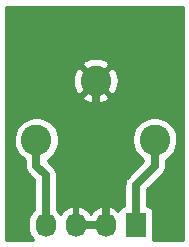
<source format=gbr>
G04 #@! TF.FileFunction,Copper,L1,Top,Signal*
%FSLAX46Y46*%
G04 Gerber Fmt 4.6, Leading zero omitted, Abs format (unit mm)*
G04 Created by KiCad (PCBNEW 4.0.6) date Tue May 30 16:02:55 2017*
%MOMM*%
%LPD*%
G01*
G04 APERTURE LIST*
%ADD10C,0.100000*%
%ADD11C,2.600000*%
%ADD12R,1.727200X2.032000*%
%ADD13O,1.727200X2.032000*%
%ADD14C,0.635000*%
%ADD15C,0.254000*%
G04 APERTURE END LIST*
D10*
D11*
X156200000Y-86600000D03*
X146200000Y-86600000D03*
X151200000Y-81600000D03*
D12*
X154600000Y-93800000D03*
D13*
X152060000Y-93800000D03*
X149520000Y-93800000D03*
X146980000Y-93800000D03*
D14*
X149520000Y-93800000D02*
X152060000Y-93800000D01*
X151200000Y-81600000D02*
X151200000Y-88600000D01*
X152060000Y-89460000D02*
X152060000Y-93800000D01*
X151200000Y-88600000D02*
X152060000Y-89460000D01*
X146200000Y-86600000D02*
X146200000Y-88800000D01*
X146200000Y-88800000D02*
X146980000Y-89580000D01*
X146980000Y-89580000D02*
X146980000Y-93800000D01*
X154600000Y-93800000D02*
X154600000Y-90400000D01*
X156200000Y-88800000D02*
X156200000Y-86600000D01*
X154600000Y-90400000D02*
X156200000Y-88800000D01*
D15*
G36*
X158646500Y-95040000D02*
X156055568Y-95040000D01*
X156076410Y-94993763D01*
X156101672Y-94816000D01*
X156101672Y-92784000D01*
X156093608Y-92682879D01*
X156040494Y-92511366D01*
X155941700Y-92361441D01*
X155805050Y-92244975D01*
X155641363Y-92171190D01*
X155552500Y-92158562D01*
X155552500Y-90794538D01*
X156873519Y-89473519D01*
X156929374Y-89405521D01*
X156985921Y-89338131D01*
X156988333Y-89333743D01*
X156991513Y-89329872D01*
X157033101Y-89252310D01*
X157075476Y-89175230D01*
X157076990Y-89170457D01*
X157079358Y-89166041D01*
X157105076Y-89081921D01*
X157131686Y-88998036D01*
X157132245Y-88993054D01*
X157133708Y-88988268D01*
X157142596Y-88900772D01*
X157152407Y-88813299D01*
X157152475Y-88803507D01*
X157152494Y-88803325D01*
X157152478Y-88803155D01*
X157152500Y-88800000D01*
X157152500Y-88287388D01*
X157397069Y-88132179D01*
X157671873Y-87870487D01*
X157890614Y-87560402D01*
X158044959Y-87213736D01*
X158129031Y-86843693D01*
X158135083Y-86410263D01*
X158061377Y-86038017D01*
X157916771Y-85687177D01*
X157706773Y-85371106D01*
X157439384Y-85101843D01*
X157124786Y-84889644D01*
X156774964Y-84742592D01*
X156403241Y-84666288D01*
X156023777Y-84663639D01*
X155651026Y-84734745D01*
X155299184Y-84876899D01*
X154981655Y-85084684D01*
X154710532Y-85350188D01*
X154496142Y-85663296D01*
X154346651Y-86012083D01*
X154267754Y-86383264D01*
X154262456Y-86762700D01*
X154330958Y-87135939D01*
X154470652Y-87488764D01*
X154676215Y-87807737D01*
X154939820Y-88080707D01*
X155247500Y-88294550D01*
X155247500Y-88405462D01*
X153926481Y-89726481D01*
X153870626Y-89794479D01*
X153814079Y-89861869D01*
X153811667Y-89866257D01*
X153808487Y-89870128D01*
X153766899Y-89947690D01*
X153724524Y-90024770D01*
X153723010Y-90029543D01*
X153720642Y-90033959D01*
X153694920Y-90118091D01*
X153668314Y-90201964D01*
X153667755Y-90206945D01*
X153666292Y-90211731D01*
X153657404Y-90299233D01*
X153647593Y-90386701D01*
X153647525Y-90396493D01*
X153647506Y-90396675D01*
X153647522Y-90396845D01*
X153647500Y-90400000D01*
X153647500Y-92153017D01*
X153635279Y-92153992D01*
X153463766Y-92207106D01*
X153313841Y-92305900D01*
X153197375Y-92442550D01*
X153126279Y-92600272D01*
X152962035Y-92449267D01*
X152710919Y-92296314D01*
X152434789Y-92195291D01*
X152419026Y-92192642D01*
X152187000Y-92313783D01*
X152187000Y-93673000D01*
X152207000Y-93673000D01*
X152207000Y-93927000D01*
X152187000Y-93927000D01*
X152187000Y-93947000D01*
X151933000Y-93947000D01*
X151933000Y-93927000D01*
X149647000Y-93927000D01*
X149647000Y-93947000D01*
X149393000Y-93947000D01*
X149393000Y-93927000D01*
X149373000Y-93927000D01*
X149373000Y-93673000D01*
X149393000Y-93673000D01*
X149393000Y-92313783D01*
X149647000Y-92313783D01*
X149647000Y-93673000D01*
X151933000Y-93673000D01*
X151933000Y-92313783D01*
X151700974Y-92192642D01*
X151685211Y-92195291D01*
X151409081Y-92296314D01*
X151157965Y-92449267D01*
X150941514Y-92648271D01*
X150790000Y-92855633D01*
X150638486Y-92648271D01*
X150422035Y-92449267D01*
X150170919Y-92296314D01*
X149894789Y-92195291D01*
X149879026Y-92192642D01*
X149647000Y-92313783D01*
X149393000Y-92313783D01*
X149160974Y-92192642D01*
X149145211Y-92195291D01*
X148869081Y-92296314D01*
X148617965Y-92449267D01*
X148401514Y-92648271D01*
X148251343Y-92853795D01*
X148228216Y-92810299D01*
X148043363Y-92583647D01*
X147932500Y-92491933D01*
X147932500Y-89580000D01*
X147923915Y-89492440D01*
X147916246Y-89404786D01*
X147914849Y-89399977D01*
X147914360Y-89394992D01*
X147888929Y-89310761D01*
X147864383Y-89226273D01*
X147862078Y-89221826D01*
X147860630Y-89217030D01*
X147819340Y-89139375D01*
X147778834Y-89061231D01*
X147775706Y-89057312D01*
X147773357Y-89052895D01*
X147717787Y-88984759D01*
X147662858Y-88915951D01*
X147655980Y-88908976D01*
X147655866Y-88908836D01*
X147655737Y-88908729D01*
X147653520Y-88906481D01*
X147152500Y-88405462D01*
X147152500Y-88287388D01*
X147397069Y-88132179D01*
X147671873Y-87870487D01*
X147890614Y-87560402D01*
X148044959Y-87213736D01*
X148129031Y-86843693D01*
X148135083Y-86410263D01*
X148061377Y-86038017D01*
X147916771Y-85687177D01*
X147706773Y-85371106D01*
X147439384Y-85101843D01*
X147124786Y-84889644D01*
X146774964Y-84742592D01*
X146403241Y-84666288D01*
X146023777Y-84663639D01*
X145651026Y-84734745D01*
X145299184Y-84876899D01*
X144981655Y-85084684D01*
X144710532Y-85350188D01*
X144496142Y-85663296D01*
X144346651Y-86012083D01*
X144267754Y-86383264D01*
X144262456Y-86762700D01*
X144330958Y-87135939D01*
X144470652Y-87488764D01*
X144676215Y-87807737D01*
X144939820Y-88080707D01*
X145247500Y-88294550D01*
X145247500Y-88800000D01*
X145256089Y-88887601D01*
X145263754Y-88975214D01*
X145265151Y-88980023D01*
X145265640Y-88985008D01*
X145291071Y-89069239D01*
X145315617Y-89153727D01*
X145317922Y-89158174D01*
X145319370Y-89162970D01*
X145360660Y-89240625D01*
X145401166Y-89318769D01*
X145404294Y-89322688D01*
X145406643Y-89327105D01*
X145462218Y-89395247D01*
X145517143Y-89464050D01*
X145524016Y-89471020D01*
X145524134Y-89471164D01*
X145524267Y-89471274D01*
X145526481Y-89473519D01*
X146027500Y-89974539D01*
X146027500Y-92491705D01*
X145931485Y-92568903D01*
X145743485Y-92792952D01*
X145602584Y-93049251D01*
X145514148Y-93328036D01*
X145481546Y-93618688D01*
X145481400Y-93639612D01*
X145481400Y-93960388D01*
X145509941Y-94251468D01*
X145594475Y-94531460D01*
X145731784Y-94789701D01*
X145916637Y-95016353D01*
X145945221Y-95040000D01*
X143620000Y-95040000D01*
X143620000Y-82949224D01*
X150030381Y-82949224D01*
X150162317Y-83244312D01*
X150503045Y-83415159D01*
X150870557Y-83516250D01*
X151250729Y-83543701D01*
X151628951Y-83496457D01*
X151990690Y-83376333D01*
X152237683Y-83244312D01*
X152369619Y-82949224D01*
X151200000Y-81779605D01*
X150030381Y-82949224D01*
X143620000Y-82949224D01*
X143620000Y-81650729D01*
X149256299Y-81650729D01*
X149303543Y-82028951D01*
X149423667Y-82390690D01*
X149555688Y-82637683D01*
X149850776Y-82769619D01*
X151020395Y-81600000D01*
X151379605Y-81600000D01*
X152549224Y-82769619D01*
X152844312Y-82637683D01*
X153015159Y-82296955D01*
X153116250Y-81929443D01*
X153143701Y-81549271D01*
X153096457Y-81171049D01*
X152976333Y-80809310D01*
X152844312Y-80562317D01*
X152549224Y-80430381D01*
X151379605Y-81600000D01*
X151020395Y-81600000D01*
X149850776Y-80430381D01*
X149555688Y-80562317D01*
X149384841Y-80903045D01*
X149283750Y-81270557D01*
X149256299Y-81650729D01*
X143620000Y-81650729D01*
X143620000Y-80250776D01*
X150030381Y-80250776D01*
X151200000Y-81420395D01*
X152369619Y-80250776D01*
X152237683Y-79955688D01*
X151896955Y-79784841D01*
X151529443Y-79683750D01*
X151149271Y-79656299D01*
X150771049Y-79703543D01*
X150409310Y-79823667D01*
X150162317Y-79955688D01*
X150030381Y-80250776D01*
X143620000Y-80250776D01*
X143620000Y-75378000D01*
X158646500Y-75378000D01*
X158646500Y-95040000D01*
X158646500Y-95040000D01*
G37*
X158646500Y-95040000D02*
X156055568Y-95040000D01*
X156076410Y-94993763D01*
X156101672Y-94816000D01*
X156101672Y-92784000D01*
X156093608Y-92682879D01*
X156040494Y-92511366D01*
X155941700Y-92361441D01*
X155805050Y-92244975D01*
X155641363Y-92171190D01*
X155552500Y-92158562D01*
X155552500Y-90794538D01*
X156873519Y-89473519D01*
X156929374Y-89405521D01*
X156985921Y-89338131D01*
X156988333Y-89333743D01*
X156991513Y-89329872D01*
X157033101Y-89252310D01*
X157075476Y-89175230D01*
X157076990Y-89170457D01*
X157079358Y-89166041D01*
X157105076Y-89081921D01*
X157131686Y-88998036D01*
X157132245Y-88993054D01*
X157133708Y-88988268D01*
X157142596Y-88900772D01*
X157152407Y-88813299D01*
X157152475Y-88803507D01*
X157152494Y-88803325D01*
X157152478Y-88803155D01*
X157152500Y-88800000D01*
X157152500Y-88287388D01*
X157397069Y-88132179D01*
X157671873Y-87870487D01*
X157890614Y-87560402D01*
X158044959Y-87213736D01*
X158129031Y-86843693D01*
X158135083Y-86410263D01*
X158061377Y-86038017D01*
X157916771Y-85687177D01*
X157706773Y-85371106D01*
X157439384Y-85101843D01*
X157124786Y-84889644D01*
X156774964Y-84742592D01*
X156403241Y-84666288D01*
X156023777Y-84663639D01*
X155651026Y-84734745D01*
X155299184Y-84876899D01*
X154981655Y-85084684D01*
X154710532Y-85350188D01*
X154496142Y-85663296D01*
X154346651Y-86012083D01*
X154267754Y-86383264D01*
X154262456Y-86762700D01*
X154330958Y-87135939D01*
X154470652Y-87488764D01*
X154676215Y-87807737D01*
X154939820Y-88080707D01*
X155247500Y-88294550D01*
X155247500Y-88405462D01*
X153926481Y-89726481D01*
X153870626Y-89794479D01*
X153814079Y-89861869D01*
X153811667Y-89866257D01*
X153808487Y-89870128D01*
X153766899Y-89947690D01*
X153724524Y-90024770D01*
X153723010Y-90029543D01*
X153720642Y-90033959D01*
X153694920Y-90118091D01*
X153668314Y-90201964D01*
X153667755Y-90206945D01*
X153666292Y-90211731D01*
X153657404Y-90299233D01*
X153647593Y-90386701D01*
X153647525Y-90396493D01*
X153647506Y-90396675D01*
X153647522Y-90396845D01*
X153647500Y-90400000D01*
X153647500Y-92153017D01*
X153635279Y-92153992D01*
X153463766Y-92207106D01*
X153313841Y-92305900D01*
X153197375Y-92442550D01*
X153126279Y-92600272D01*
X152962035Y-92449267D01*
X152710919Y-92296314D01*
X152434789Y-92195291D01*
X152419026Y-92192642D01*
X152187000Y-92313783D01*
X152187000Y-93673000D01*
X152207000Y-93673000D01*
X152207000Y-93927000D01*
X152187000Y-93927000D01*
X152187000Y-93947000D01*
X151933000Y-93947000D01*
X151933000Y-93927000D01*
X149647000Y-93927000D01*
X149647000Y-93947000D01*
X149393000Y-93947000D01*
X149393000Y-93927000D01*
X149373000Y-93927000D01*
X149373000Y-93673000D01*
X149393000Y-93673000D01*
X149393000Y-92313783D01*
X149647000Y-92313783D01*
X149647000Y-93673000D01*
X151933000Y-93673000D01*
X151933000Y-92313783D01*
X151700974Y-92192642D01*
X151685211Y-92195291D01*
X151409081Y-92296314D01*
X151157965Y-92449267D01*
X150941514Y-92648271D01*
X150790000Y-92855633D01*
X150638486Y-92648271D01*
X150422035Y-92449267D01*
X150170919Y-92296314D01*
X149894789Y-92195291D01*
X149879026Y-92192642D01*
X149647000Y-92313783D01*
X149393000Y-92313783D01*
X149160974Y-92192642D01*
X149145211Y-92195291D01*
X148869081Y-92296314D01*
X148617965Y-92449267D01*
X148401514Y-92648271D01*
X148251343Y-92853795D01*
X148228216Y-92810299D01*
X148043363Y-92583647D01*
X147932500Y-92491933D01*
X147932500Y-89580000D01*
X147923915Y-89492440D01*
X147916246Y-89404786D01*
X147914849Y-89399977D01*
X147914360Y-89394992D01*
X147888929Y-89310761D01*
X147864383Y-89226273D01*
X147862078Y-89221826D01*
X147860630Y-89217030D01*
X147819340Y-89139375D01*
X147778834Y-89061231D01*
X147775706Y-89057312D01*
X147773357Y-89052895D01*
X147717787Y-88984759D01*
X147662858Y-88915951D01*
X147655980Y-88908976D01*
X147655866Y-88908836D01*
X147655737Y-88908729D01*
X147653520Y-88906481D01*
X147152500Y-88405462D01*
X147152500Y-88287388D01*
X147397069Y-88132179D01*
X147671873Y-87870487D01*
X147890614Y-87560402D01*
X148044959Y-87213736D01*
X148129031Y-86843693D01*
X148135083Y-86410263D01*
X148061377Y-86038017D01*
X147916771Y-85687177D01*
X147706773Y-85371106D01*
X147439384Y-85101843D01*
X147124786Y-84889644D01*
X146774964Y-84742592D01*
X146403241Y-84666288D01*
X146023777Y-84663639D01*
X145651026Y-84734745D01*
X145299184Y-84876899D01*
X144981655Y-85084684D01*
X144710532Y-85350188D01*
X144496142Y-85663296D01*
X144346651Y-86012083D01*
X144267754Y-86383264D01*
X144262456Y-86762700D01*
X144330958Y-87135939D01*
X144470652Y-87488764D01*
X144676215Y-87807737D01*
X144939820Y-88080707D01*
X145247500Y-88294550D01*
X145247500Y-88800000D01*
X145256089Y-88887601D01*
X145263754Y-88975214D01*
X145265151Y-88980023D01*
X145265640Y-88985008D01*
X145291071Y-89069239D01*
X145315617Y-89153727D01*
X145317922Y-89158174D01*
X145319370Y-89162970D01*
X145360660Y-89240625D01*
X145401166Y-89318769D01*
X145404294Y-89322688D01*
X145406643Y-89327105D01*
X145462218Y-89395247D01*
X145517143Y-89464050D01*
X145524016Y-89471020D01*
X145524134Y-89471164D01*
X145524267Y-89471274D01*
X145526481Y-89473519D01*
X146027500Y-89974539D01*
X146027500Y-92491705D01*
X145931485Y-92568903D01*
X145743485Y-92792952D01*
X145602584Y-93049251D01*
X145514148Y-93328036D01*
X145481546Y-93618688D01*
X145481400Y-93639612D01*
X145481400Y-93960388D01*
X145509941Y-94251468D01*
X145594475Y-94531460D01*
X145731784Y-94789701D01*
X145916637Y-95016353D01*
X145945221Y-95040000D01*
X143620000Y-95040000D01*
X143620000Y-82949224D01*
X150030381Y-82949224D01*
X150162317Y-83244312D01*
X150503045Y-83415159D01*
X150870557Y-83516250D01*
X151250729Y-83543701D01*
X151628951Y-83496457D01*
X151990690Y-83376333D01*
X152237683Y-83244312D01*
X152369619Y-82949224D01*
X151200000Y-81779605D01*
X150030381Y-82949224D01*
X143620000Y-82949224D01*
X143620000Y-81650729D01*
X149256299Y-81650729D01*
X149303543Y-82028951D01*
X149423667Y-82390690D01*
X149555688Y-82637683D01*
X149850776Y-82769619D01*
X151020395Y-81600000D01*
X151379605Y-81600000D01*
X152549224Y-82769619D01*
X152844312Y-82637683D01*
X153015159Y-82296955D01*
X153116250Y-81929443D01*
X153143701Y-81549271D01*
X153096457Y-81171049D01*
X152976333Y-80809310D01*
X152844312Y-80562317D01*
X152549224Y-80430381D01*
X151379605Y-81600000D01*
X151020395Y-81600000D01*
X149850776Y-80430381D01*
X149555688Y-80562317D01*
X149384841Y-80903045D01*
X149283750Y-81270557D01*
X149256299Y-81650729D01*
X143620000Y-81650729D01*
X143620000Y-80250776D01*
X150030381Y-80250776D01*
X151200000Y-81420395D01*
X152369619Y-80250776D01*
X152237683Y-79955688D01*
X151896955Y-79784841D01*
X151529443Y-79683750D01*
X151149271Y-79656299D01*
X150771049Y-79703543D01*
X150409310Y-79823667D01*
X150162317Y-79955688D01*
X150030381Y-80250776D01*
X143620000Y-80250776D01*
X143620000Y-75378000D01*
X158646500Y-75378000D01*
X158646500Y-95040000D01*
M02*

</source>
